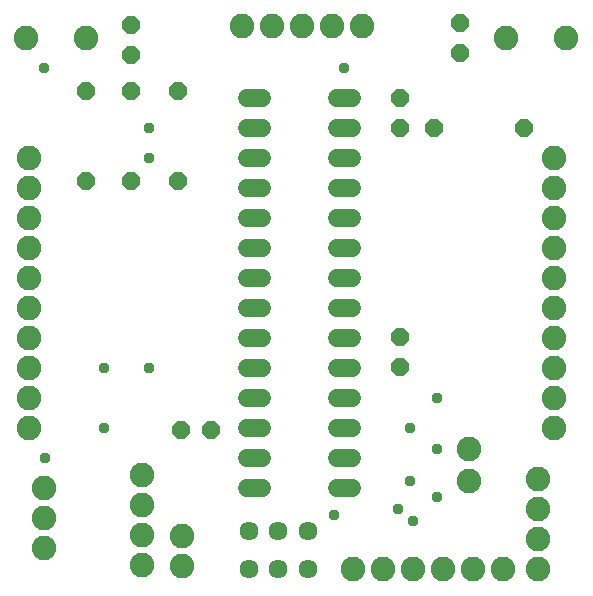
<source format=gbr>
G04 EAGLE Gerber RS-274X export*
G75*
%MOMM*%
%FSLAX34Y34*%
%LPD*%
%INSoldermask Top*%
%IPPOS*%
%AMOC8*
5,1,8,0,0,1.08239X$1,22.5*%
G01*
%ADD10P,1.649562X8X292.500000*%
%ADD11P,1.649562X8X202.500000*%
%ADD12P,1.649562X8X112.500000*%
%ADD13C,1.524000*%
%ADD14C,2.082800*%
%ADD15C,1.611200*%
%ADD16C,0.959600*%


D10*
X339090Y419100D03*
X339090Y393700D03*
D11*
X179070Y138430D03*
X153670Y138430D03*
D10*
X339090Y217170D03*
X339090Y191770D03*
X389890Y482600D03*
X389890Y457200D03*
X111760Y481330D03*
X111760Y455930D03*
D11*
X444500Y393700D03*
X368300Y393700D03*
D12*
X111760Y349250D03*
X111760Y425450D03*
X151130Y349250D03*
X151130Y425450D03*
D10*
X73660Y425450D03*
X73660Y349250D03*
D13*
X209296Y419100D02*
X222504Y419100D01*
X222504Y393700D02*
X209296Y393700D01*
X209296Y368300D02*
X222504Y368300D01*
X222504Y342900D02*
X209296Y342900D01*
X209296Y317500D02*
X222504Y317500D01*
X222504Y292100D02*
X209296Y292100D01*
X209296Y266700D02*
X222504Y266700D01*
X222504Y241300D02*
X209296Y241300D01*
X209296Y215900D02*
X222504Y215900D01*
X222504Y190500D02*
X209296Y190500D01*
X209296Y165100D02*
X222504Y165100D01*
X222504Y139700D02*
X209296Y139700D01*
X209296Y114300D02*
X222504Y114300D01*
X222504Y88900D02*
X209296Y88900D01*
X285496Y88900D02*
X298704Y88900D01*
X298704Y114300D02*
X285496Y114300D01*
X285496Y139700D02*
X298704Y139700D01*
X298704Y165100D02*
X285496Y165100D01*
X285496Y190500D02*
X298704Y190500D01*
X298704Y215900D02*
X285496Y215900D01*
X285496Y241300D02*
X298704Y241300D01*
X298704Y266700D02*
X285496Y266700D01*
X285496Y292100D02*
X298704Y292100D01*
X298704Y317500D02*
X285496Y317500D01*
X285496Y342900D02*
X298704Y342900D01*
X298704Y368300D02*
X285496Y368300D01*
X285496Y393700D02*
X298704Y393700D01*
X298704Y419100D02*
X285496Y419100D01*
D14*
X397510Y121920D03*
X397510Y95250D03*
X469900Y368300D03*
X469900Y342900D03*
X469900Y317500D03*
X469900Y292100D03*
X469900Y266700D03*
X469900Y241300D03*
X469900Y215900D03*
X469900Y190500D03*
X469900Y165100D03*
X469900Y139700D03*
X25400Y241300D03*
X25400Y215900D03*
X25400Y190500D03*
X25400Y165100D03*
X25400Y139700D03*
X25400Y368300D03*
X25400Y342900D03*
X25400Y317500D03*
X25400Y292100D03*
X25400Y266700D03*
X38100Y88900D03*
X38100Y63500D03*
X38100Y38100D03*
X154940Y22860D03*
X154940Y48260D03*
D15*
X211220Y53330D03*
X236220Y53330D03*
X261220Y53330D03*
X261220Y20330D03*
X236220Y20330D03*
X211220Y20330D03*
D14*
X120650Y24130D03*
X120650Y49530D03*
X120650Y74930D03*
X120650Y100330D03*
X426720Y20320D03*
X401320Y20320D03*
X375920Y20320D03*
X350520Y20320D03*
X325120Y20320D03*
X299720Y20320D03*
X205740Y480060D03*
X231140Y480060D03*
X256540Y480060D03*
X281940Y480060D03*
X307340Y480060D03*
X455930Y20320D03*
X455930Y45720D03*
X455930Y71120D03*
X455930Y96520D03*
X429260Y469900D03*
X480060Y469900D03*
X73660Y469900D03*
X22860Y469900D03*
D16*
X292100Y444500D03*
X38354Y114300D03*
X38100Y444500D03*
X337820Y71120D03*
X283210Y66040D03*
X370840Y121920D03*
X370840Y165100D03*
X347980Y95250D03*
X347980Y139700D03*
X370840Y81280D03*
X350520Y60960D03*
X127000Y393700D03*
X127000Y368300D03*
X127000Y190500D03*
X88900Y190500D03*
X88900Y139700D03*
M02*

</source>
